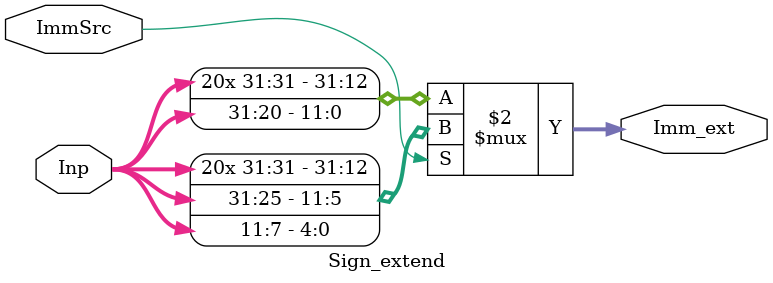
<source format=v>
module Sign_extend(
	input [31:0] Inp,
	output [31:0] Imm_ext,
	input ImmSrc
);

assign Imm_ext = (ImmSrc == 1'b1) ? ({{20{Inp[31]}},Inp[31:25],Inp[11:7]}):
                                        {{20{Inp[31]}},Inp[31:20]};

endmodule

</source>
